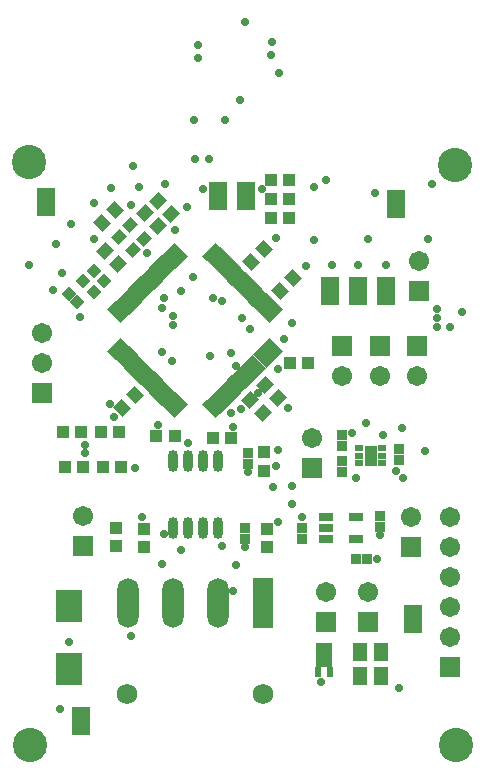
<source format=gbr>
%TF.GenerationSoftware,Altium Limited,Altium Designer,19.1.5 (86)*%
G04 Layer_Color=8388736*
%FSLAX26Y26*%
%MOIN*%
%TF.FileFunction,Soldermask,Top*%
%TF.Part,Single*%
G01*
G75*
%TA.AperFunction,SMDPad,CuDef*%
%ADD53R,0.043433X0.041465*%
%ADD54R,0.041465X0.043433*%
%ADD58R,0.033197X0.033197*%
%TA.AperFunction,ComponentPad*%
%ADD59R,0.067055X0.067055*%
%ADD60C,0.067055*%
%ADD61C,0.068000*%
%TA.AperFunction,ViaPad*%
%ADD62C,0.028000*%
%ADD63C,0.114299*%
%TA.AperFunction,SMDPad,CuDef*%
G04:AMPARAMS|DCode=69|XSize=19.811mil|YSize=63.118mil|CornerRadius=0mil|HoleSize=0mil|Usage=FLASHONLY|Rotation=135.000|XOffset=0mil|YOffset=0mil|HoleType=Round|Shape=Rectangle|*
%AMROTATEDRECTD69*
4,1,4,0.029320,0.015311,-0.015311,-0.029320,-0.029320,-0.015311,0.015311,0.029320,0.029320,0.015311,0.0*
%
%ADD69ROTATEDRECTD69*%

G04:AMPARAMS|DCode=70|XSize=19.811mil|YSize=63.118mil|CornerRadius=0mil|HoleSize=0mil|Usage=FLASHONLY|Rotation=225.000|XOffset=0mil|YOffset=0mil|HoleType=Round|Shape=Rectangle|*
%AMROTATEDRECTD70*
4,1,4,-0.015311,0.029320,0.029320,-0.015311,0.015311,-0.029320,-0.029320,0.015311,-0.015311,0.029320,0.0*
%
%ADD70ROTATEDRECTD70*%

%ADD71P,0.050288X4X90.0*%
G04:AMPARAMS|DCode=72|XSize=41.465mil|YSize=33.591mil|CornerRadius=0mil|HoleSize=0mil|Usage=FLASHONLY|Rotation=45.000|XOffset=0mil|YOffset=0mil|HoleType=Round|Shape=Rectangle|*
%AMROTATEDRECTD72*
4,1,4,-0.002784,-0.026536,-0.026536,-0.002784,0.002784,0.026536,0.026536,0.002784,-0.002784,-0.026536,0.0*
%
%ADD72ROTATEDRECTD72*%

%ADD73R,0.025716X0.019811*%
%ADD74R,0.043039X0.070992*%
%ADD75R,0.051307X0.031622*%
%ADD76O,0.033591X0.072961*%
%ADD77R,0.063118X0.094614*%
%ADD78R,0.086740X0.106425*%
G04:AMPARAMS|DCode=79|XSize=43.433mil|YSize=41.465mil|CornerRadius=0mil|HoleSize=0mil|Usage=FLASHONLY|Rotation=45.000|XOffset=0mil|YOffset=0mil|HoleType=Round|Shape=Rectangle|*
%AMROTATEDRECTD79*
4,1,4,-0.000696,-0.030016,-0.030016,-0.000696,0.000696,0.030016,0.030016,0.000696,-0.000696,-0.030016,0.0*
%
%ADD79ROTATEDRECTD79*%

%ADD80R,0.023748X0.033591*%
%ADD81R,0.057213X0.078866*%
%ADD82O,0.070992X0.165480*%
%ADD83R,0.070992X0.165480*%
%ADD84P,0.046947X4X270.0*%
%ADD85R,0.033197X0.033197*%
%ADD86R,0.049339X0.059181*%
G04:AMPARAMS|DCode=87|XSize=43.433mil|YSize=41.465mil|CornerRadius=0mil|HoleSize=0mil|Usage=FLASHONLY|Rotation=315.000|XOffset=0mil|YOffset=0mil|HoleType=Round|Shape=Rectangle|*
%AMROTATEDRECTD87*
4,1,4,-0.030016,0.000696,-0.000696,0.030016,0.030016,-0.000696,0.000696,-0.030016,-0.030016,0.000696,0.0*
%
%ADD87ROTATEDRECTD87*%

D53*
X2590000Y850512D02*
D03*
Y789488D02*
D03*
X2180000D02*
D03*
Y850512D02*
D03*
X2085000Y794488D02*
D03*
Y855512D02*
D03*
X2580000Y1106732D02*
D03*
Y1045709D02*
D03*
D54*
X2663937Y1887271D02*
D03*
X2602913D02*
D03*
X2665370Y1405000D02*
D03*
X2726394D02*
D03*
X2281849Y1160000D02*
D03*
X2220825D02*
D03*
X2408408Y1155000D02*
D03*
X2469431D02*
D03*
X1908976Y1173347D02*
D03*
X1970000D02*
D03*
X1914488Y1058347D02*
D03*
X1975512D02*
D03*
X2602913Y2015000D02*
D03*
X2663937D02*
D03*
X2602913Y1950000D02*
D03*
X2663937D02*
D03*
X2097480Y1173347D02*
D03*
X2036457D02*
D03*
X2102480Y1058347D02*
D03*
X2041457D02*
D03*
D58*
X2839685Y1163110D02*
D03*
Y1126890D02*
D03*
Y1041890D02*
D03*
Y1078110D02*
D03*
X3029685Y1081890D02*
D03*
Y1118110D02*
D03*
X2965000Y856890D02*
D03*
Y893110D02*
D03*
X2705354Y853110D02*
D03*
Y816890D02*
D03*
X2515000Y816890D02*
D03*
Y853110D02*
D03*
X2525640Y1066428D02*
D03*
Y1102649D02*
D03*
D59*
X2739685Y1055000D02*
D03*
X3070000Y790000D02*
D03*
X2925000Y540000D02*
D03*
X2785000D02*
D03*
X1840000Y1305000D02*
D03*
X1975000Y795000D02*
D03*
X3200000Y390000D02*
D03*
X3090000Y1460000D02*
D03*
X2965000D02*
D03*
X2840000D02*
D03*
X3095000Y1643242D02*
D03*
D60*
X2739685Y1155000D02*
D03*
X3070000Y890000D02*
D03*
X2925000Y640000D02*
D03*
X2785000D02*
D03*
X1840000Y1405000D02*
D03*
Y1505000D02*
D03*
X1975000Y895000D02*
D03*
X3200000Y490000D02*
D03*
Y590000D02*
D03*
Y690000D02*
D03*
Y790000D02*
D03*
Y890000D02*
D03*
X3090000Y1360000D02*
D03*
X2965000D02*
D03*
X2840000D02*
D03*
X3095000Y1743242D02*
D03*
D61*
X2124213Y300000D02*
D03*
X2575000D02*
D03*
D62*
X2281849Y1847427D02*
D03*
X2244918Y1619493D02*
D03*
X2013397Y1817265D02*
D03*
X2342196Y1690000D02*
D03*
X2485000Y1395000D02*
D03*
X2399638Y1426024D02*
D03*
X2626575Y1385000D02*
D03*
X2469431Y1236917D02*
D03*
X2502042Y1249322D02*
D03*
X3020000Y1045709D02*
D03*
X1900000Y250000D02*
D03*
X3116505Y1110853D02*
D03*
X3043266Y1020000D02*
D03*
X2626575Y1113037D02*
D03*
X2886890Y1020000D02*
D03*
X2672474Y995000D02*
D03*
Y935000D02*
D03*
X2610000Y990000D02*
D03*
X2487109Y730000D02*
D03*
X2302509Y780000D02*
D03*
X2238058Y735281D02*
D03*
X2475000Y645000D02*
D03*
X2872582Y1172362D02*
D03*
X3240000Y1575000D02*
D03*
X3200000Y1525000D02*
D03*
X3155000D02*
D03*
Y1555000D02*
D03*
Y1585000D02*
D03*
X2672474Y1536446D02*
D03*
X2645000Y1485000D02*
D03*
X2558877Y1305000D02*
D03*
X3028445Y320000D02*
D03*
X2770000Y340000D02*
D03*
X2505000Y1555000D02*
D03*
X2276559Y1531886D02*
D03*
Y1559725D02*
D03*
X1982806Y1102649D02*
D03*
X1982339Y1131283D02*
D03*
X2325000Y1137424D02*
D03*
X2225006Y1196922D02*
D03*
X2527345Y1041890D02*
D03*
X2244918Y835000D02*
D03*
X2135476Y495000D02*
D03*
X1930000Y475000D02*
D03*
X2149396Y1055000D02*
D03*
X2628975Y2370000D02*
D03*
X2500000Y2280000D02*
D03*
X2360000Y2422196D02*
D03*
Y2463474D02*
D03*
X2375000Y1983899D02*
D03*
X2572417D02*
D03*
X2786099Y2015000D02*
D03*
X2469431Y1437234D02*
D03*
X3039406Y1187678D02*
D03*
X2975000Y1165000D02*
D03*
X2920000Y1204173D02*
D03*
X3125000Y1815827D02*
D03*
X2924472D02*
D03*
X2745000Y1813205D02*
D03*
X3140000Y2000000D02*
D03*
X2240000Y1440000D02*
D03*
X2448228Y2214188D02*
D03*
X2347196Y2215000D02*
D03*
X2396872Y2085362D02*
D03*
X2350000D02*
D03*
X2474537Y1189182D02*
D03*
X2620000Y1059331D02*
D03*
X2078425Y1225000D02*
D03*
X2066868Y1268425D02*
D03*
X2660635Y1255586D02*
D03*
X2603974Y2431358D02*
D03*
X2605000Y2472780D02*
D03*
X2515000Y2540000D02*
D03*
X2950000Y1970000D02*
D03*
X2238058Y1587564D02*
D03*
X2302509Y1642729D02*
D03*
X2408408Y1622028D02*
D03*
X2533425Y1517467D02*
D03*
X2438920Y1609146D02*
D03*
X2271874Y1409395D02*
D03*
X2172836Y890000D02*
D03*
X2964646Y829876D02*
D03*
X2955000Y750000D02*
D03*
X2707244Y890000D02*
D03*
X2626575Y873307D02*
D03*
X2515000Y789488D02*
D03*
X2438920Y795000D02*
D03*
X1906905Y1704864D02*
D03*
X2745000Y1990000D02*
D03*
X2188120Y1770556D02*
D03*
X2986486Y1731036D02*
D03*
X2893347Y1729359D02*
D03*
X2805000Y1730540D02*
D03*
X2720000Y1728441D02*
D03*
X2620000Y1820987D02*
D03*
X2135256Y1931441D02*
D03*
X2012908Y1936441D02*
D03*
X1876941Y1646441D02*
D03*
X2248499Y2001441D02*
D03*
X2163094Y1991441D02*
D03*
X1967190Y1558327D02*
D03*
X2321941Y1925454D02*
D03*
X2143900Y2061441D02*
D03*
X2068349Y1986441D02*
D03*
X1936941Y1868842D02*
D03*
X1886941Y1801441D02*
D03*
X1796941Y1731441D02*
D03*
D63*
X1795000Y2075000D02*
D03*
X3220000Y130000D02*
D03*
X1800000D02*
D03*
X3215000Y2065000D02*
D03*
D69*
X2295549Y1249322D02*
D03*
X2281630Y1263242D02*
D03*
X2267711Y1277161D02*
D03*
X2253791Y1291080D02*
D03*
X2239872Y1305000D02*
D03*
X2225952Y1318919D02*
D03*
X2212033Y1332839D02*
D03*
X2198113Y1346758D02*
D03*
X2184194Y1360678D02*
D03*
X2170275Y1374597D02*
D03*
X2156355Y1388516D02*
D03*
X2142436Y1402436D02*
D03*
X2128516Y1416355D02*
D03*
X2114597Y1430275D02*
D03*
X2100677Y1444194D02*
D03*
X2086758Y1458113D02*
D03*
X2404121Y1775476D02*
D03*
X2418040Y1761557D02*
D03*
X2431960Y1747638D02*
D03*
X2445879Y1733718D02*
D03*
X2459799Y1719799D02*
D03*
X2473718Y1705879D02*
D03*
X2487637Y1691960D02*
D03*
X2501557Y1678040D02*
D03*
X2515476Y1664121D02*
D03*
X2529396Y1650201D02*
D03*
X2543315Y1636282D02*
D03*
X2557235Y1622363D02*
D03*
X2571154Y1608443D02*
D03*
X2585073Y1594524D02*
D03*
X2598993Y1580604D02*
D03*
X2612912Y1566685D02*
D03*
D70*
X2086758D02*
D03*
X2100677Y1580604D02*
D03*
X2114597Y1594524D02*
D03*
X2128516Y1608443D02*
D03*
X2142436Y1622363D02*
D03*
X2156355Y1636282D02*
D03*
X2170275Y1650201D02*
D03*
X2184194Y1664121D02*
D03*
X2198113Y1678040D02*
D03*
X2212033Y1691960D02*
D03*
X2225952Y1705879D02*
D03*
X2239872Y1719799D02*
D03*
X2253791Y1733718D02*
D03*
X2267711Y1747638D02*
D03*
X2281630Y1761557D02*
D03*
X2295549Y1775476D02*
D03*
X2612912Y1458113D02*
D03*
X2598993Y1444194D02*
D03*
X2585073Y1430275D02*
D03*
X2571154Y1416355D02*
D03*
X2557235Y1402436D02*
D03*
X2543315Y1388516D02*
D03*
X2529396Y1374597D02*
D03*
X2515476Y1360678D02*
D03*
X2501557Y1346758D02*
D03*
X2487637Y1332839D02*
D03*
X2473718Y1318919D02*
D03*
X2459799Y1305000D02*
D03*
X2445879Y1291080D02*
D03*
X2431960Y1277161D02*
D03*
X2418040Y1263242D02*
D03*
X2404121Y1249322D02*
D03*
D71*
X2046538Y1676441D02*
D03*
X2011739Y1641642D02*
D03*
Y1711239D02*
D03*
X1976941Y1676441D02*
D03*
D72*
X2095182Y1825617D02*
D03*
X2132765Y1863199D02*
D03*
X2141116Y1779682D02*
D03*
X2178699Y1817265D02*
D03*
D73*
X2896299Y1120591D02*
D03*
Y1095000D02*
D03*
Y1069409D02*
D03*
X2973071Y1120591D02*
D03*
Y1095000D02*
D03*
Y1069409D02*
D03*
D74*
X2934685Y1095000D02*
D03*
D75*
X2887362Y892402D02*
D03*
Y817598D02*
D03*
X2785000D02*
D03*
Y855000D02*
D03*
Y892402D02*
D03*
D76*
X2275000Y853780D02*
D03*
X2325000D02*
D03*
X2375000D02*
D03*
X2425000D02*
D03*
X2275000Y1076220D02*
D03*
X2325000D02*
D03*
X2375000D02*
D03*
X2425000D02*
D03*
D77*
X3075000Y550000D02*
D03*
X3020000Y1932638D02*
D03*
X1970000Y210000D02*
D03*
X1853185Y1941441D02*
D03*
X2986486Y1643425D02*
D03*
X2893347Y1643944D02*
D03*
X2800000Y1642929D02*
D03*
X2425669Y1960581D02*
D03*
X2520000D02*
D03*
D78*
X1930000Y385669D02*
D03*
Y594331D02*
D03*
D79*
X2533425Y1281575D02*
D03*
X2576575Y1238425D02*
D03*
X2225365Y1943016D02*
D03*
X2268516Y1899866D02*
D03*
X2626575Y1288425D02*
D03*
X2583425Y1331575D02*
D03*
X2050365Y1778016D02*
D03*
X2093516Y1734866D02*
D03*
X2183278Y1903016D02*
D03*
X2226428Y1859866D02*
D03*
D80*
X2760315Y374567D02*
D03*
X2799685D02*
D03*
D81*
X2780000Y429685D02*
D03*
D82*
X2125000Y605118D02*
D03*
X2275000D02*
D03*
X2425000D02*
D03*
D83*
X2575000D02*
D03*
D84*
X1954746Y1608635D02*
D03*
X1929135Y1634246D02*
D03*
D85*
X2923110Y750000D02*
D03*
X2886890D02*
D03*
D86*
X2900551Y360000D02*
D03*
X2969449D02*
D03*
X2900551Y440000D02*
D03*
X2969449D02*
D03*
D87*
X2579506Y1783150D02*
D03*
X2536356Y1740000D02*
D03*
X2676575Y1686575D02*
D03*
X2633425Y1643425D02*
D03*
X2106850Y1254890D02*
D03*
X2150000Y1298040D02*
D03*
X2040366Y1869866D02*
D03*
X2083516Y1913016D02*
D03*
%TF.MD5,65f2e1c23be68c21609333553c297481*%
M02*

</source>
